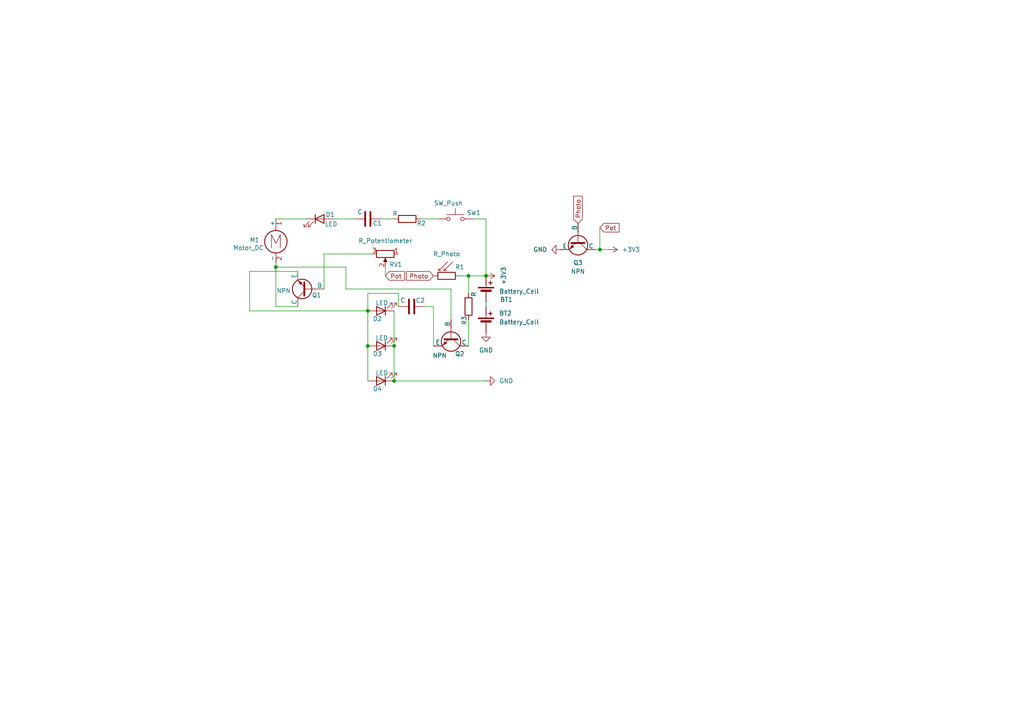
<source format=kicad_sch>
(kicad_sch (version 20231120) (generator "eeschema") (generator_version "8.0")
  (paper "A4")
  (lib_symbols
    (symbol "Device:Battery_Cell" (pin_numbers hide) (pin_names (offset 0) hide)
      (property "Reference" "BT" (at 2.54 2.54 0))
      (property "Value" "Battery_Cell" (at 2.54 0 0))
      (symbol "Battery_Cell_0_1"
        (rectangle (start -2.286 1.778) (end 2.286 1.524) (fill (type outline)))
        (rectangle (start -1.524 1.016) (end 1.524 0.508) (fill (type outline)))
        (polyline (pts (xy 0 0.762) (xy 0 0)))
        (polyline (pts (xy 0 1.778) (xy 0 2.54)))
        (polyline (pts (xy 0.762 3.048) (xy 1.778 3.048)) (stroke (width 0.254)))
        (polyline (pts (xy 1.27 3.556) (xy 1.27 2.54)) (stroke (width 0.254)))
      )
      (symbol "Battery_Cell_1_1"
        (pin passive line (at 0 5.08 270) (length 2.54) (name "+") (number "1"))
        (pin passive line (at 0 -2.54 90) (length 2.54) (name "-") (number "2"))
      )
    )
    (symbol "Device:C" (pin_numbers hide) (pin_names (offset 0.254))
      (property "Reference" "C" (at 0.635 2.54 0))
      (property "Value" "C" (at 0.635 -2.54 0))
      (symbol "C_0_1"
        (polyline (pts (xy -2.032 -0.762) (xy 2.032 -0.762)) (stroke (width 0.508)))
        (polyline (pts (xy -2.032 0.762) (xy 2.032 0.762)) (stroke (width 0.508)))
      )
      (symbol "C_1_1"
        (pin passive line (at 0 3.81 270) (length 2.794) (name "~") (number "1"))
        (pin passive line (at 0 -3.81 90) (length 2.794) (name "~") (number "2"))
      )
    )
    (symbol "Device:LED" (pin_numbers hide) (pin_names (offset 1.016) hide)
      (property "Reference" "D" (at 0 2.54 0))
      (property "Value" "LED" (at 0 -2.54 0))
      (symbol "LED_0_1"
        (polyline (pts (xy -1.27 -1.27) (xy -1.27 1.27)) (stroke (width 0.254)))
        (polyline (pts (xy -1.27 0) (xy 1.27 0)))
        (polyline (pts (xy 1.27 -1.27) (xy 1.27 1.27) (xy -1.27 0) (xy 1.27 -1.27)) (stroke (width 0.254)))
        (polyline (pts (xy -3.048 -0.762) (xy -4.572 -2.286) (xy -3.81 -2.286) (xy -4.572 -2.286) (xy -4.572 -1.524)))
        (polyline (pts (xy -1.778 -0.762) (xy -3.302 -2.286) (xy -2.54 -2.286) (xy -3.302 -2.286) (xy -3.302 -1.524)))
      )
      (symbol "LED_1_1"
        (pin passive line (at -3.81 0 0) (length 2.54) (name "K") (number "1"))
        (pin passive line (at 3.81 0 180) (length 2.54) (name "A") (number "2"))
      )
    )
    (symbol "Device:R" (pin_numbers hide) (pin_names (offset 0))
      (property "Reference" "R" (at 2.032 0 90))
      (property "Value" "R" (at 0 0 90))
      (symbol "R_0_1"
        (rectangle (start -1.016 -2.54) (end 1.016 2.54) (stroke (width 0.254)))
      )
      (symbol "R_1_1"
        (pin passive line (at 0 3.81 270) (length 1.27) (name "~") (number "1"))
        (pin passive line (at 0 -3.81 90) (length 1.27) (name "~") (number "2"))
      )
    )
    (symbol "Device:R_Photo" (pin_numbers hide) (pin_names (offset 0))
      (property "Reference" "R" (at 1.27 1.27 0))
      (property "Value" "R_Photo" (at 1.27 0 0))
      (symbol "R_Photo_0_1"
        (rectangle (start -1.016 2.54) (end 1.016 -2.54) (stroke (width 0.254)))
        (polyline (pts (xy -1.524 -2.286) (xy -4.064 0.254)))
        (polyline (pts (xy -1.524 -2.286) (xy -2.286 -2.286)))
        (polyline (pts (xy -1.524 -2.286) (xy -1.524 -1.524)))
        (polyline (pts (xy -1.524 -0.762) (xy -4.064 1.778)))
        (polyline (pts (xy -1.524 -0.762) (xy -2.286 -0.762)))
        (polyline (pts (xy -1.524 -0.762) (xy -1.524 0)))
      )
      (symbol "R_Photo_1_1"
        (pin passive line (at 0 3.81 270) (length 1.27) (name "~") (number "1"))
        (pin passive line (at 0 -3.81 90) (length 1.27) (name "~") (number "2"))
      )
    )
    (symbol "Device:R_Potentiometer" (pin_names (offset 1.016) hide)
      (property "Reference" "RV" (at -4.445 0 90))
      (property "Value" "R_Potentiometer" (at -2.54 0 90))
      (symbol "R_Potentiometer_0_1"
        (polyline (pts (xy 2.54 0) (xy 1.524 0)))
        (polyline (pts (xy 1.143 0) (xy 2.286 0.508) (xy 2.286 -0.508) (xy 1.143 0)) (fill (type outline)))
        (rectangle (start 1.016 2.54) (end -1.016 -2.54) (stroke (width 0.254)))
      )
      (symbol "R_Potentiometer_1_1"
        (pin passive line (at 0 3.81 270) (length 1.27) (name "1") (number "1"))
        (pin passive line (at 3.81 0 180) (length 1.27) (name "2") (number "2"))
        (pin passive line (at 0 -3.81 90) (length 1.27) (name "3") (number "3"))
      )
    )
    (symbol "Motor:Motor_DC" (pin_names (offset 0))
      (property "Reference" "M" (at 2.54 2.54 0))
      (property "Value" "Motor_DC" (at 2.54 -5.08 0))
      (symbol "Motor_DC_0_0"
        (polyline (pts (xy -1.27 -3.302) (xy -1.27 0.508) (xy 0 -2.032) (xy 1.27 0.508) (xy 1.27 -3.302)))
      )
      (symbol "Motor_DC_0_1"
        (circle (center 0 -1.524) (radius 3.2512) (stroke (width 0.254)))
        (polyline (pts (xy 0 -7.62) (xy 0 -7.112)))
        (polyline (pts (xy 0 -4.7752) (xy 0 -5.1816)))
        (polyline (pts (xy 0 1.7272) (xy 0 2.0828)))
        (polyline (pts (xy 0 2.032) (xy 0 2.54)))
      )
      (symbol "Motor_DC_1_1"
        (pin passive line (at 0 5.08 270) (length 2.54) (name "+") (number "1"))
        (pin passive line (at 0 -7.62 90) (length 2.54) (name "-") (number "2"))
      )
    )
    (symbol "Simulation_SPICE:NPN" (pin_numbers hide) (pin_names (offset 0))
      (property "Reference" "Q" (at -2.54 7.62 0))
      (property "Value" "NPN" (at -2.54 5.08 0))
      (symbol "NPN_0_1"
        (polyline (pts (xy -2.54 0) (xy 0.635 0)) (stroke (width 0.1524)))
        (polyline (pts (xy 0.635 0.635) (xy 2.54 2.54)))
        (polyline (pts (xy 2.794 -1.27) (xy 2.794 -1.27)) (stroke (width 0.1524)))
        (polyline (pts (xy 2.794 -1.27) (xy 2.794 -1.27)) (stroke (width 0.1524)))
        (polyline (pts (xy 0.635 -0.635) (xy 2.54 -2.54) (xy 2.54 -2.54)))
        (polyline (pts (xy 0.635 1.905) (xy 0.635 -1.905) (xy 0.635 -1.905)) (stroke (width 0.508)))
        (polyline (pts (xy 1.27 -1.778) (xy 1.778 -1.27) (xy 2.286 -2.286) (xy 1.27 -1.778) (xy 1.27 -1.778)) (fill (type outline)))
        (circle (center 1.27 0) (radius 2.8194) (stroke (width 0.254)))
      )
      (symbol "NPN_1_1"
        (pin open_collector line (at 2.54 5.08 270) (length 2.54) (name "C") (number "1"))
        (pin input line (at -5.08 0 0) (length 2.54) (name "B") (number "2"))
        (pin open_emitter line (at 2.54 -5.08 90) (length 2.54) (name "E") (number "3"))
      )
    )
    (symbol "Switch:SW_Push" (pin_numbers hide) (pin_names (offset 1.016) hide)
      (property "Reference" "SW" (at 1.27 2.54 0))
      (property "Value" "SW_Push" (at 0 -1.524 0))
      (symbol "SW_Push_0_1"
        (circle (center -2.032 0) (radius 0.508))
        (polyline (pts (xy 0 1.27) (xy 0 3.048)))
        (polyline (pts (xy 2.54 1.27) (xy -2.54 1.27)))
        (circle (center 2.032 0) (radius 0.508))
        (pin passive line (at -5.08 0 0) (length 2.54) (name "1") (number "1"))
        (pin passive line (at 5.08 0 180) (length 2.54) (name "2") (number "2"))
      )
    )
    (symbol "power:+3V3" (power) (pin_numbers hide) (pin_names (offset 0) hide)
      (property "Value" "+3V3" (at 0 3.556 0))
      (symbol "+3V3_0_1"
        (polyline (pts (xy -0.762 1.27) (xy 0 2.54)))
        (polyline (pts (xy 0 0) (xy 0 2.54)))
        (polyline (pts (xy 0 2.54) (xy 0.762 1.27)))
      )
      (symbol "+3V3_1_1"
        (pin power_in line (at 0 0 90) (length 0) (name "~") (number "1"))
      )
    )
    (symbol "power:GND" (power) (pin_numbers hide) (pin_names (offset 0) hide)
      (property "Value" "GND" (at 0 -3.81 0))
      (symbol "GND_0_1"
        (polyline (pts (xy 0 0) (xy 0 -1.27) (xy 1.27 -1.27) (xy 0 -2.54) (xy -1.27 -1.27) (xy 0 -1.27)))
      )
      (symbol "GND_1_1"
        (pin power_in line (at 0 0 270) (length 0) (name "~") (number "1"))
      )
    )
  )
  (junction (at 80.01 77.47))
  (junction (at 140.97 80.01))
  (junction (at 114.3 110.49))
  (junction (at 106.68 100.33))
  (junction (at 114.3 100.33))
  (junction (at 135.89 80.01))
  (junction (at 173.99 72.39))
  (junction (at 106.68 90.17))
  (wire (pts (xy 140.97 63.5) (xy 140.97 80.01)))
  (wire (pts (xy 135.89 80.01) (xy 135.89 85.09)))
  (wire (pts (xy 72.39 90.17) (xy 106.68 90.17)))
  (wire (pts (xy 115.57 85.09) (xy 106.68 85.09)))
  (wire (pts (xy 93.98 73.66) (xy 93.98 83.82)))
  (wire (pts (xy 80.01 77.47) (xy 80.01 88.9)))
  (wire (pts (xy 111.76 80.01) (xy 111.76 77.47)))
  (wire (pts (xy 100.33 83.82) (xy 130.81 83.82)))
  (wire (pts (xy 130.81 83.82) (xy 130.81 92.71)))
  (wire (pts (xy 173.99 72.39) (xy 172.72 72.39)))
  (wire (pts (xy 96.52 63.5) (xy 102.87 63.5)))
  (wire (pts (xy 72.39 78.74) (xy 72.39 90.17)))
  (wire (pts (xy 176.53 72.39) (xy 173.99 72.39)))
  (wire (pts (xy 137.16 63.5) (xy 140.97 63.5)))
  (wire (pts (xy 107.95 73.66) (xy 93.98 73.66)))
  (wire (pts (xy 135.89 80.01) (xy 133.35 80.01)))
  (wire (pts (xy 125.73 88.9) (xy 123.19 88.9)))
  (wire (pts (xy 140.97 87.63) (xy 140.97 88.9)))
  (wire (pts (xy 121.92 63.5) (xy 127 63.5)))
  (wire (pts (xy 106.68 85.09) (xy 106.68 90.17)))
  (wire (pts (xy 135.89 92.71) (xy 135.89 100.33)))
  (wire (pts (xy 114.3 100.33) (xy 114.3 110.49)))
  (wire (pts (xy 140.97 110.49) (xy 114.3 110.49)))
  (wire (pts (xy 140.97 80.01) (xy 135.89 80.01)))
  (wire (pts (xy 114.3 90.17) (xy 114.3 100.33)))
  (wire (pts (xy 110.49 63.5) (xy 114.3 63.5)))
  (wire (pts (xy 106.68 90.17) (xy 106.68 100.33)))
  (wire (pts (xy 173.99 66.04) (xy 173.99 72.39)))
  (wire (pts (xy 106.68 100.33) (xy 106.68 110.49)))
  (wire (pts (xy 80.01 88.9) (xy 86.36 88.9)))
  (wire (pts (xy 125.73 100.33) (xy 125.73 88.9)))
  (wire (pts (xy 115.57 88.9) (xy 115.57 85.09)))
  (wire (pts (xy 100.33 77.47) (xy 100.33 83.82)))
  (wire (pts (xy 80.01 77.47) (xy 80.01 76.2)))
  (wire (pts (xy 80.01 77.47) (xy 100.33 77.47)))
  (wire (pts (xy 86.36 78.74) (xy 72.39 78.74)))
  (wire (pts (xy 80.01 63.5) (xy 88.9 63.5)))
  (global_label "Photo" (shape input) (at 167.64 64.77 90) (property "Intersheetrefs" "${INTERSHEET_REFS}" (effects (hide yes))))
  (global_label "Pot" (shape input) (at 111.76 80.01 0) (property "Intersheetrefs" "${INTERSHEET_REFS}" (effects (hide yes))))
  (global_label "Photo" (shape input) (at 125.73 80.01 180) (property "Intersheetrefs" "${INTERSHEET_REFS}" (effects (hide yes))))
  (global_label "Pot" (shape input) (at 173.99 66.04 0) (property "Intersheetrefs" "${INTERSHEET_REFS}" (effects (hide yes))))
  (symbol (lib_id "power:+3V3") (at 176.53 72.39 270) (unit 1)
    (property "Reference" "#PWR02" (effects (hide yes)))
    (property "Value" "+3V3" (at 180.34 72.3899 90) (effects (justify left)))
    (property "Description" "Power symbol creates a global label with name \"+3V3\"" (effects (hide yes)))
  )
  (symbol (lib_id "Device:Battery_Cell") (at 140.97 93.98 0) (unit 1)
    (property "Reference" "BT2" (at 144.78 90.8684 0) (effects (justify left)))
    (property "Value" "Battery_Cell" (at 144.78 93.4084 0) (effects (justify left)))
    (property "Footprint" "Battery:BatteryHolder_Keystone_3034_1x20mm" (effects (hide yes)))
    (property "Description" "Single-cell battery" (effects (hide yes)))
  )
  (symbol (lib_id "Device:LED") (at 110.49 100.33 180) (unit 1)
    (property "Reference" "D3" (at 109.474 102.616 0))
    (property "Value" "LED" (at 110.744 98.044 0))
    (property "Footprint" "LED_THT:LED_D5.0mm" (effects (hide yes)))
    (property "Description" "Light emitting diode" (effects (hide yes)))
  )
  (symbol (lib_id "Motor:Motor_DC") (at 80.01 68.58 0) (unit 1)
    (property "Reference" "M1" (at 72.39 69.596 0) (effects (justify left)))
    (property "Value" "Motor_DC" (at 67.564 71.882 0) (effects (justify left)))
    (property "Footprint" "Connector_PinHeader_2.54mm:PinHeader_1x02_P2.54mm_Vertical" (effects (hide yes)))
    (property "Description" "DC Motor" (effects (hide yes)))
  )
  (symbol (lib_id "Device:LED") (at 92.71 63.5 0) (unit 1)
    (property "Reference" "D1" (at 95.758 62.23 0))
    (property "Value" "LED" (at 96.012 65.024 0))
    (property "Footprint" "LED_THT:LED_D5.0mm" (effects (hide yes)))
    (property "Description" "Light emitting diode" (effects (hide yes)))
  )
  (symbol (lib_id "Device:R") (at 135.89 88.9 0) (unit 1)
    (property "Reference" "R3" (at 134.62 92.964 90))
    (property "Value" "R" (at 137.414 85.344 90))
    (property "Footprint" "Resistor_THT:R_Axial_DIN0207_L6.3mm_D2.5mm_P7.62mm_Horizontal" (effects (hide yes)))
    (property "Description" "Resistor" (effects (hide yes)))
  )
  (symbol (lib_id "Device:Battery_Cell") (at 140.97 85.09 0) (unit 1)
    (property "Reference" "BT1" (at 145.034 86.868 0) (effects (justify left)))
    (property "Value" "Battery_Cell" (at 144.78 84.5184 0) (effects (justify left)))
    (property "Footprint" "Battery:BatteryHolder_Keystone_3034_1x20mm" (effects (hide yes)))
    (property "Description" "Single-cell battery" (effects (hide yes)))
  )
  (symbol (lib_id "power:GND") (at 140.97 96.52 0) (unit 1)
    (property "Reference" "#PWR03" (effects (hide yes)))
    (property "Value" "GND" (at 140.97 101.6 0))
    (property "Description" "Power symbol creates a global label with name \"GND\" , ground" (effects (hide yes)))
  )
  (symbol (lib_id "Simulation_SPICE:NPN") (at 88.9 83.82 180) (unit 1)
    (property "Reference" "Q1" (at 93.218 85.598 0) (effects (justify left)))
    (property "Value" "NPN" (at 84.328 84.328 0) (effects (justify left)))
    (property "Footprint" "Package_TO_SOT_THT:TO-92L_HandSolder" (effects (hide yes)))
    (property "Datasheet" "https://ngspice.sourceforge.io/docs/ngspice-html-manual/manual.xhtml#cha_BJTs" (effects (hide yes)))
    (property "Description" "Bipolar transistor symbol for simulation only, substrate tied to the emitter" (effects (hide yes)))
    (property "Sim.Device" "NPN" (effects (hide yes)))
    (property "Sim.Type" "GUMMELPOON" (effects (hide yes)))
    (property "Sim.Pins" "1=C 2=B 3=E" (effects (hide yes)))
  )
  (symbol (lib_id "power:GND") (at 162.56 72.39 270) (unit 1)
    (property "Reference" "#PWR04" (effects (hide yes)))
    (property "Value" "GND" (at 158.75 72.3899 90) (effects (justify right)))
    (property "Description" "Power symbol creates a global label with name \"GND\" , ground" (effects (hide yes)))
  )
  (symbol (lib_id "Device:LED") (at 110.49 110.49 180) (unit 1)
    (property "Reference" "D4" (at 109.474 112.776 0))
    (property "Value" "LED" (at 110.744 108.204 0))
    (property "Footprint" "LED_THT:LED_D5.0mm" (effects (hide yes)))
    (property "Description" "Light emitting diode" (effects (hide yes)))
  )
  (symbol (lib_id "Device:LED") (at 110.49 90.17 180) (unit 1)
    (property "Reference" "D2" (at 109.474 92.456 0))
    (property "Value" "LED" (at 110.744 87.884 0))
    (property "Footprint" "LED_THT:LED_D5.0mm" (effects (hide yes)))
    (property "Description" "Light emitting diode" (effects (hide yes)))
  )
  (symbol (lib_id "Simulation_SPICE:NPN") (at 130.81 97.79 270) (unit 1)
    (property "Reference" "Q2" (at 133.35 102.616 90))
    (property "Value" "NPN" (at 127.508 103.124 90))
    (property "Footprint" "Package_TO_SOT_THT:TO-92L_HandSolder" (effects (hide yes)))
    (property "Datasheet" "https://ngspice.sourceforge.io/docs/ngspice-html-manual/manual.xhtml#cha_BJTs" (effects (hide yes)))
    (property "Description" "Bipolar transistor symbol for simulation only, substrate tied to the emitter" (effects (hide yes)))
    (property "Sim.Device" "NPN" (effects (hide yes)))
    (property "Sim.Type" "GUMMELPOON" (effects (hide yes)))
    (property "Sim.Pins" "1=C 2=B 3=E" (effects (hide yes)))
  )
  (symbol (lib_id "Simulation_SPICE:NPN") (at 167.64 69.85 270) (unit 1)
    (property "Reference" "Q3" (at 167.64 76.2 90))
    (property "Value" "NPN" (at 167.64 78.74 90))
    (property "Footprint" "Package_TO_SOT_THT:TO-92L_HandSolder" (effects (hide yes)))
    (property "Datasheet" "https://ngspice.sourceforge.io/docs/ngspice-html-manual/manual.xhtml#cha_BJTs" (effects (hide yes)))
    (property "Description" "Bipolar transistor symbol for simulation only, substrate tied to the emitter" (effects (hide yes)))
    (property "Sim.Device" "NPN" (effects (hide yes)))
    (property "Sim.Type" "GUMMELPOON" (effects (hide yes)))
    (property "Sim.Pins" "1=C 2=B 3=E" (effects (hide yes)))
  )
  (symbol (lib_id "power:+3V3") (at 140.97 80.01 270) (unit 1)
    (property "Reference" "#PWR01" (effects (hide yes)))
    (property "Value" "+3V3" (at 146.05 80.01 0))
    (property "Description" "Power symbol creates a global label with name \"+3V3\"" (effects (hide yes)))
  )
  (symbol (lib_id "Device:R_Potentiometer") (at 111.76 73.66 270) (unit 1)
    (property "Reference" "RV1" (at 114.808 76.708 90))
    (property "Value" "R_Potentiometer" (at 111.76 69.85 90))
    (property "Footprint" "Potentiometer_THT:Potentiometer_Vishay_T73YP_Vertical" (effects (hide yes)))
    (property "Description" "Potentiometer" (effects (hide yes)))
  )
  (symbol (lib_id "Device:R") (at 118.11 63.5 90) (unit 1)
    (property "Reference" "R2" (at 122.174 64.77 90))
    (property "Value" "R" (at 114.554 61.976 90))
    (property "Footprint" "Resistor_THT:R_Axial_DIN0207_L6.3mm_D2.5mm_P7.62mm_Horizontal" (effects (hide yes)))
    (property "Description" "Resistor" (effects (hide yes)))
  )
  (symbol (lib_id "Device:R_Photo") (at 129.54 80.01 270) (unit 1)
    (property "Reference" "R1" (at 133.35 77.47 90))
    (property "Value" "R_Photo" (at 129.54 73.66 90))
    (property "Footprint" "OptoDevice:R_LDR_5.1x4.3mm_P3.4mm_Vertical" (effects (hide yes)))
    (property "Description" "Photoresistor" (effects (hide yes)))
  )
  (symbol (lib_id "power:GND") (at 140.97 110.49 90) (unit 1)
    (property "Reference" "#PWR05" (effects (hide yes)))
    (property "Value" "GND" (at 144.78 110.4899 90) (effects (justify right)))
    (property "Description" "Power symbol creates a global label with name \"GND\" , ground" (effects (hide yes)))
  )
  (symbol (lib_id "Device:C") (at 119.38 88.9 90) (unit 1)
    (property "Reference" "C2" (at 121.92 87.122 90))
    (property "Value" "C" (at 116.84 87.122 90))
    (property "Footprint" "Capacitor_THT:CP_Radial_D8.0mm_P5.00mm" (effects (hide yes)))
    (property "Description" "Unpolarized capacitor" (effects (hide yes)))
  )
  (symbol (lib_id "Switch:SW_Push") (at 132.08 63.5 0) (unit 1)
    (property "Reference" "SW1" (at 137.414 61.722 0))
    (property "Value" "SW_Push" (at 130.048 58.928 0))
    (property "Footprint" "Button_Switch_THT:SW_PUSH_6mm" (effects (hide yes)))
    (property "Description" "Push button switch, generic, two pins" (effects (hide yes)))
  )
  (symbol (lib_id "Device:C") (at 106.68 63.5 270) (unit 1)
    (property "Reference" "C1" (at 109.474 64.77 90))
    (property "Value" "C" (at 104.394 61.468 90))
    (property "Footprint" "Capacitor_THT:CP_Radial_D8.0mm_P5.00mm" (effects (hide yes)))
    (property "Description" "Unpolarized capacitor" (effects (hide yes)))
  )
)
</source>
